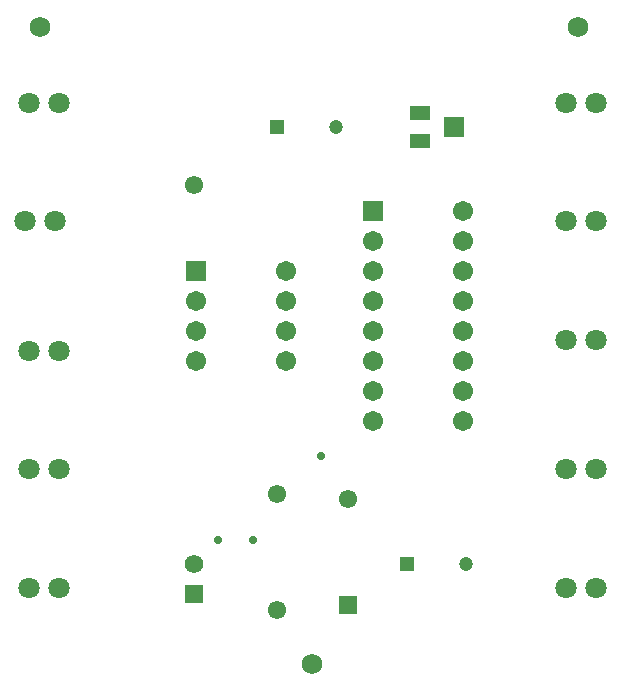
<source format=gts>
G04*
G04 #@! TF.GenerationSoftware,Altium Limited,Altium Designer,22.7.1 (60)*
G04*
G04 Layer_Color=8388736*
%FSLAX44Y44*%
%MOMM*%
G71*
G04*
G04 #@! TF.SameCoordinates,29AA5E4F-6587-4ACD-81CD-572689CA6415*
G04*
G04*
G04 #@! TF.FilePolarity,Negative*
G04*
G01*
G75*
%ADD17R,1.8032X1.8032*%
%ADD18R,1.8032X1.3032*%
%ADD19R,1.7032X1.7032*%
%ADD20C,1.7032*%
%ADD21C,1.8032*%
%ADD22C,1.7272*%
%ADD23C,1.5532*%
%ADD24R,1.5532X1.5532*%
%ADD25C,1.5700*%
%ADD26R,1.5700X1.5700*%
%ADD27C,1.2000*%
%ADD28R,1.2000X1.2000*%
%ADD29C,0.7032*%
D17*
X410000Y475000D02*
D03*
D18*
X381000Y463500D02*
D03*
Y486500D02*
D03*
D19*
X191900Y353100D02*
D03*
X341900Y403900D02*
D03*
D20*
X191900Y327700D02*
D03*
Y302300D02*
D03*
Y276900D02*
D03*
X268100Y353100D02*
D03*
Y327700D02*
D03*
Y302300D02*
D03*
Y276900D02*
D03*
X418100Y226100D02*
D03*
Y251500D02*
D03*
Y276900D02*
D03*
Y302300D02*
D03*
Y327700D02*
D03*
Y353100D02*
D03*
Y378500D02*
D03*
Y403900D02*
D03*
X341900Y226100D02*
D03*
Y251500D02*
D03*
Y276900D02*
D03*
Y302300D02*
D03*
Y327700D02*
D03*
Y353100D02*
D03*
Y378500D02*
D03*
D21*
X75400Y495000D02*
D03*
X50000D02*
D03*
X47300Y395000D02*
D03*
X72700D02*
D03*
X530000Y185000D02*
D03*
X504600D02*
D03*
X530000Y295000D02*
D03*
X504600D02*
D03*
X530000Y395000D02*
D03*
X504600D02*
D03*
X530000Y495000D02*
D03*
X504600D02*
D03*
X530000Y85000D02*
D03*
X504600D02*
D03*
X75400D02*
D03*
X50000D02*
D03*
X75400Y185000D02*
D03*
X50000D02*
D03*
X75400Y285000D02*
D03*
X50000D02*
D03*
D22*
X290000Y20000D02*
D03*
X515000Y560000D02*
D03*
X60000D02*
D03*
D23*
X190000Y426000D02*
D03*
X260000Y164000D02*
D03*
Y66000D02*
D03*
X320000Y160000D02*
D03*
D24*
Y70000D02*
D03*
D25*
X190000Y105000D02*
D03*
D26*
Y79600D02*
D03*
D27*
X420000Y105000D02*
D03*
X310000Y475000D02*
D03*
D28*
X370000Y105000D02*
D03*
X260000Y475000D02*
D03*
D29*
X240000Y125000D02*
D03*
X210000D02*
D03*
X297420Y196548D02*
D03*
M02*

</source>
